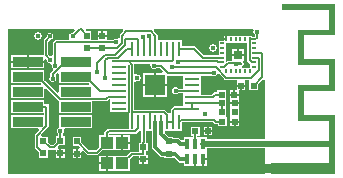
<source format=gtl>
G04 ================== begin FILE IDENTIFICATION RECORD ==================*
G04 Layout Name:  ETDS_PCB_ANTENNA.brd*
G04 Film Name:    TOP*
G04 File Format:  Gerber RS274X*
G04 File Origin:  Cadence Allegro 16.6-P004*
G04 Origin Date:  Mon Dec 01 16:47:35 2014*
G04 *
G04 Layer:  VIA CLASS/TOP*
G04 Layer:  PIN/TOP*
G04 Layer:  ETCH/TOP*
G04 *
G04 Offset:    (0.00 0.00)*
G04 Mirror:    No*
G04 Mode:      Positive*
G04 Rotation:  0*
G04 FullContactRelief:  No*
G04 UndefLineWidth:     5.00*
G04 ================== end FILE IDENTIFICATION RECORD ====================*
%FSLAX25Y25*MOIN*%
%IR0*IPPOS*OFA0.00000B0.00000*MIA0B0*SFA1.00000B1.00000*%
%ADD11R,.1X.032*%
%ADD21R,.007X.012*%
%ADD20R,.012X.007*%
%ADD10C,.015*%
%ADD23R,.02X.02*%
%ADD19R,.03X.03*%
%ADD16R,.01X.05*%
%ADD14R,.05X.01*%
%ADD13R,.04X.04*%
%ADD17R,.016X.032*%
%ADD15R,.07X.07*%
%ADD22R,.035X.035*%
%ADD12R,.019X.019*%
%ADD18R,.019X.019*%
%ADD24C,.02*%
%ADD25C,.03*%
%ADD26C,.012*%
%ADD27C,.005*%
%ADD28C,.02504*%
%ADD29R,.02904X.02904*%
G75*
%LPD*%
G75*
G36*
G01X750900Y1655500D02*
Y1703800D01*
X772820D01*
G02X773102Y1703117I0J-400D01*
G01X772530Y1702544D01*
X772439Y1702551D01*
G03X771277Y1700657I-89J-1249D01*
G02X770934Y1700052I-343J-205D01*
G01X766640D01*
X765748Y1699160D01*
Y1695080D01*
G02X765240Y1694695I-400J0D01*
G03X764811Y1694739I-340J-1205D01*
G01X764720Y1694732D01*
X764272Y1695181D01*
Y1699509D01*
X764720Y1699958D01*
X764811Y1699951D01*
G03X763651Y1701111I89J1249D01*
G01X763658Y1701020D01*
X762768Y1700131D01*
Y1694902D01*
X751898D01*
Y1690698D01*
X762902D01*
Y1693460D01*
G02X763584Y1693743I400J0D01*
G01X763658Y1693670D01*
X763651Y1693579D01*
G03X764884Y1692238I1249J-89D01*
G02X765271Y1691761I-5J-400D01*
G03X765868Y1690440I1229J-240D01*
G02X765949Y1689812I-202J-345D01*
G01X764998Y1688861D01*
Y1688151D01*
G03X766718Y1687944I752J-1001D01*
G02X766744Y1688481I309J254D01*
G01X767216Y1688953D01*
G02X767898Y1688670I282J-283D01*
G01Y1685698D01*
X777839D01*
X777953Y1685584D01*
G02X777670Y1684902I-283J-282D01*
G01X767898D01*
Y1682669D01*
G02X767216Y1682386I-400J0D01*
G01X762902Y1686700D01*
Y1689902D01*
X751898D01*
Y1685698D01*
X761778D01*
X761892Y1685584D01*
G02X761609Y1684902I-283J-282D01*
G01X751898D01*
Y1680698D01*
X762902D01*
Y1683609D01*
G02X763584Y1683892I400J0D01*
G01X767778Y1679698D01*
X767898D01*
Y1675698D01*
X778902D01*
Y1679698D01*
X783848D01*
X784461Y1680312D01*
X784848D01*
Y1676124D01*
X790852D01*
Y1691576D01*
G02X791193Y1691718I200J0D01*
G01X791374Y1691537D01*
Y1675852D01*
X791124D01*
Y1670352D01*
X784089D01*
X782948Y1669211D01*
Y1668202D01*
X781198D01*
Y1664261D01*
X780188Y1663250D01*
X777912D01*
X775252Y1665911D01*
Y1667752D01*
X772348D01*
Y1664848D01*
X774189D01*
X774803Y1664234D01*
G02X774520Y1663552I-283J-282D01*
G01X772348D01*
Y1660648D01*
X775252D01*
Y1662820D01*
G02X775934Y1663103I400J0D01*
G01X777290Y1661748D01*
X780810D01*
X782261Y1663198D01*
X791402D01*
Y1668202D01*
X784452D01*
Y1668589D01*
X784711Y1668848D01*
X793405D01*
X794405Y1669848D01*
X795312D01*
Y1666412D01*
X795248Y1666349D01*
Y1665852D01*
X794548D01*
Y1662802D01*
X791739D01*
X790339Y1661402D01*
X781198D01*
Y1656398D01*
X791402D01*
Y1660339D01*
X792361Y1661298D01*
X794548D01*
Y1658748D01*
X797452D01*
Y1661652D01*
X796813D01*
X796711Y1661898D01*
X796752Y1661939D01*
Y1662948D01*
X797452D01*
Y1665852D01*
X796814D01*
Y1669848D01*
X798898D01*
Y1663744D01*
X801744Y1660898D01*
X802898D01*
Y1660548D01*
X805802D01*
Y1660658D01*
G02X806143Y1660799I200J0D01*
G01X807794Y1659148D01*
X809348D01*
Y1658148D01*
X817152D01*
Y1662352D01*
X817198D01*
Y1663348D01*
X817152D01*
Y1663948D01*
X836550D01*
Y1655500D01*
X750900D01*
G37*
G36*
G01X778652Y1700052D02*
Y1702952D01*
X776811D01*
X776646Y1703117D01*
G02X776928Y1703800I282J283D01*
G01X789072D01*
G02X789354Y1703117I0J-400D01*
G01X788048Y1701811D01*
Y1700819D01*
G02X787492Y1700451I-400J0D01*
G03X785999Y1700052I-492J-1151D01*
G01X783752D01*
Y1702952D01*
X780848D01*
Y1700052D01*
X778652D01*
G37*
G36*
G01X804248Y1675852D02*
X803248Y1676852D01*
X792878D01*
Y1685870D01*
G02X793428Y1686240I400J0D01*
G03Y1688560I472J1160D01*
G02X792878Y1688930I-150J370D01*
G01Y1692148D01*
X797867D01*
G02X798262Y1691688I0J-400D01*
G03X800501Y1690748I1238J-188D01*
G01X801377D01*
X802441Y1689684D01*
G02X802158Y1689002I-283J-282D01*
G01X795998D01*
Y1680998D01*
X804002D01*
Y1688186D01*
X809148D01*
Y1683784D01*
X807749D01*
G03X807647Y1682280I-1049J-684D01*
G01X809148D01*
Y1677878D01*
X806171D01*
X805154Y1676861D01*
Y1675852D01*
X804248D01*
G37*
G36*
G01X816048Y1694914D02*
X813061Y1697902D01*
X808876D01*
Y1700152D01*
X800752D01*
Y1701833D01*
X799468Y1703117D01*
G02X799750Y1703800I282J283D01*
G01X832311D01*
G02X832684Y1703255I0J-400D01*
G03X833098Y1701799I1166J-455D01*
G01Y1701161D01*
X832889Y1700952D01*
X832289D01*
Y1701302D01*
X822711D01*
Y1699739D01*
X821148D01*
Y1694914D01*
X816048D01*
G37*
G36*
G01X808556Y1666552D02*
X807806Y1667302D01*
X805802D01*
Y1667652D01*
X804456D01*
X803070Y1669038D01*
Y1669848D01*
X808876D01*
Y1672586D01*
X819251D01*
X819789Y1672048D01*
X820798D01*
Y1671348D01*
X823702D01*
Y1674252D01*
X823602D01*
Y1677548D01*
X823652D01*
Y1680452D01*
X823502D01*
Y1683302D01*
X820598D01*
Y1682602D01*
X819589D01*
X818802Y1681814D01*
X815152D01*
Y1688186D01*
X818645D01*
G03X820619Y1688538I855J914D01*
G02X821259Y1688641I357J-180D01*
G01X823202Y1686698D01*
X827098D01*
Y1683302D01*
X824798D01*
Y1680398D01*
X824948D01*
Y1677502D01*
X824898D01*
Y1674598D01*
X824998D01*
Y1671348D01*
X827902D01*
Y1674252D01*
X827802D01*
Y1677548D01*
X827852D01*
Y1680452D01*
X827702D01*
Y1683398D01*
X830002D01*
Y1686698D01*
X831298D01*
Y1683398D01*
X834202D01*
Y1685239D01*
X835867Y1686904D01*
G02X836550Y1686622I283J-282D01*
G01Y1666952D01*
X817152D01*
Y1667552D01*
X814002D01*
Y1668098D01*
X814702D01*
Y1671002D01*
X811798D01*
Y1668098D01*
X812498D01*
Y1667552D01*
X809348D01*
Y1666552D01*
X808556D01*
G37*
G36*
G01X828702Y1690802D02*
Y1691144D01*
X828836Y1691191D01*
G03X829119Y1691369I-248J709D01*
G01X829169Y1691419D01*
G03X829390Y1691950I-530J532D01*
G01Y1692275D01*
G03X829290Y1692649I-752J-1D01*
G01X829263Y1692695D01*
Y1692948D01*
X829402D01*
Y1696952D01*
X825398D01*
Y1693076D01*
X823914D01*
X823693Y1692856D01*
G02X823352Y1692998I-141J142D01*
G01Y1699098D01*
X830648D01*
Y1693191D01*
X831648Y1692191D01*
Y1690802D01*
X828702D01*
G37*
G36*
G01X842250Y1712150D02*
Y1710150D01*
X857750D01*
Y1703450D01*
X847350D01*
Y1691650D01*
X857750D01*
Y1684950D01*
X847350D01*
Y1673150D01*
X857750D01*
Y1666450D01*
X838450D01*
Y1664450D01*
X857750D01*
Y1658950D01*
X838450D01*
Y1655450D01*
X859750D01*
Y1675150D01*
X849350D01*
Y1682950D01*
X859750D01*
Y1693650D01*
X849350D01*
Y1701550D01*
X859750D01*
Y1712150D01*
X842250D01*
G37*
%LPC*%
G75*
G36*
G01X764052Y1660748D02*
X761148D01*
Y1662589D01*
X759698Y1664039D01*
Y1668500D01*
X761214Y1670016D01*
G03X760931Y1670698I-283J282D01*
G01X751898D01*
Y1674902D01*
X762848D01*
Y1675698D01*
X751898D01*
Y1679902D01*
X762902D01*
Y1678552D01*
X764352D01*
Y1671028D01*
X761858Y1668534D01*
G03X762141Y1667852I283J-282D01*
G01X764052D01*
Y1666011D01*
X765062Y1665000D01*
X765738D01*
X766848Y1666111D01*
Y1667952D01*
X767548D01*
Y1668699D01*
G02X767781Y1670840I752J1001D01*
G01X767898Y1670893D01*
Y1674902D01*
X778902D01*
Y1670698D01*
X769840D01*
G03X769467Y1670154I0J-400D01*
G02X769052Y1668699I-1167J-454D01*
G01Y1667952D01*
X769752D01*
Y1665048D01*
X767911D01*
X767297Y1664434D01*
G03X767580Y1663752I283J-282D01*
G01X769752D01*
Y1660848D01*
X766848D01*
Y1663503D01*
G03X766507Y1663644I-200J0D01*
G01X766360Y1663498D01*
X764440D01*
X764393Y1663544D01*
G03X764052Y1663403I-141J-141D01*
G01Y1660748D01*
G37*
G54D28*
X760800Y1701366D03*
X819050Y1697400D03*
G54D29*
X817450Y1669550D03*
%LPD*%
G75*
G54D10*
X752650Y1663550D03*
X752600Y1659550D03*
X752750Y1666950D03*
X752900Y1697800D03*
X753050Y1701950D03*
X757050Y1657300D03*
X761950Y1657200D03*
X766550D03*
X757400Y1672800D03*
X768300Y1669700D03*
X765750Y1687150D03*
X764900Y1693490D03*
X766500Y1691521D03*
X760800Y1701366D03*
X764900Y1701200D03*
X771550Y1657350D03*
X776300Y1657100D03*
X780600Y1689500D03*
X783300Y1687500D03*
X772350Y1701302D03*
X782300Y1701500D03*
X788900Y1665700D03*
X800000Y1685000D03*
X793900Y1687400D03*
X799500Y1691500D03*
X801550Y1702400D03*
X798000Y1701400D03*
X796000Y1700901D03*
X787000Y1699300D03*
X816450Y1675450D03*
X805600Y1690907D03*
X807600Y1692750D03*
X806700Y1683100D03*
X832000Y1662000D03*
X826350Y1676050D03*
X834000Y1672000D03*
X833900Y1679550D03*
X819050Y1697400D03*
X827400Y1694950D03*
X826800Y1691900D03*
X819500Y1689100D03*
X833850Y1702800D03*
G54D20*
X822250Y1691013D03*
Y1692588D03*
Y1694163D03*
Y1695737D03*
Y1697312D03*
X832750D03*
Y1695737D03*
Y1694163D03*
Y1692588D03*
Y1691013D03*
X822250Y1698887D03*
X832750D03*
G54D11*
X757400Y1672800D03*
Y1677800D03*
Y1682800D03*
Y1687800D03*
Y1692800D03*
X773400Y1672800D03*
Y1677800D03*
Y1682800D03*
Y1687800D03*
Y1692800D03*
G54D12*
X768300Y1662300D03*
Y1666500D03*
X762600Y1666400D03*
Y1662200D03*
X773800Y1662100D03*
Y1666300D03*
X777200Y1697300D03*
X782300D03*
X777200Y1701500D03*
X782300D03*
X796000Y1660200D03*
Y1664400D03*
X804350Y1666200D03*
Y1662000D03*
G54D21*
X831437Y1689700D03*
X829862D03*
X828287D03*
X826713D03*
X825138D03*
X823563D03*
Y1700200D03*
X825138D03*
X826713D03*
X828287D03*
X829862D03*
X831437D03*
G54D22*
X840200Y1657200D03*
G54D13*
X783700Y1658900D03*
Y1665700D03*
X788900D03*
Y1658900D03*
G54D14*
X787850Y1677126D03*
Y1679094D03*
Y1681063D03*
Y1683032D03*
Y1685000D03*
Y1686968D03*
Y1688937D03*
Y1690906D03*
Y1692874D03*
X812150Y1681063D03*
Y1679094D03*
Y1677126D03*
Y1692874D03*
Y1690906D03*
Y1688937D03*
Y1686968D03*
Y1685000D03*
Y1683032D03*
G54D23*
X839450Y1665450D03*
G54D24*
G01X815850D02*
X839450D01*
G54D15*
X800000Y1685000D03*
G54D25*
G01X840200Y1657200D02*
X834950D01*
G54D16*
X801968Y1672850D03*
X800000D03*
X798032D03*
X796063D03*
X794094D03*
X792126D03*
Y1697150D03*
X794094D03*
X796063D03*
X798032D03*
X800000D03*
X801968D03*
X807874Y1672850D03*
X805906D03*
X803937D03*
Y1697150D03*
X805906D03*
X807874D03*
G54D26*
G01X804350Y1662000D02*
X802200D01*
X800000Y1664200D01*
Y1672850D01*
G01X804350Y1666200D02*
X801968Y1668582D01*
Y1672850D01*
G01X804350Y1662000D02*
X806500D01*
X808250Y1660250D01*
X810650D01*
G01Y1665450D02*
X808100D01*
X807350Y1666200D01*
X804350D01*
G54D17*
X815850Y1660250D03*
X813250D03*
X810650D03*
Y1665450D03*
X813250D03*
X815850D03*
G54D27*
G01X751698Y1692800D02*
X757400D01*
G01X768300Y1660648D02*
Y1662300D01*
G01D02*
Y1663952D01*
G01X766648Y1662300D02*
X768300D01*
G01D02*
X769952D01*
G01X762600Y1662200D02*
X760450Y1664350D01*
Y1668189D01*
X763600Y1671339D01*
Y1677800D01*
X757400D01*
G01X762600Y1666400D02*
X764751Y1664249D01*
X766049D01*
X768300Y1666500D01*
G01X757400Y1687800D02*
X760739D01*
X768089Y1680450D01*
X783537D01*
X784150Y1681063D01*
X787850D01*
G01X768300Y1666500D02*
Y1669700D01*
G01X773400Y1692800D02*
X770000D01*
X765750Y1688550D01*
Y1687150D01*
G01X757400Y1690498D02*
Y1692800D01*
G01D02*
Y1695102D01*
G01Y1692800D02*
X763102D01*
G01X764900Y1693490D02*
X763520Y1694870D01*
Y1699820D01*
X764900Y1701200D01*
G01X787000Y1699300D02*
X766951D01*
X766500Y1698849D01*
Y1691521D01*
G01X773800Y1660448D02*
Y1662100D01*
G01D02*
Y1663752D01*
G01X772148Y1662100D02*
X773800D01*
G01D02*
X775452D01*
G01X783700Y1656198D02*
Y1658900D01*
G01D02*
Y1661602D01*
G01X780998Y1658900D02*
X783700D01*
G01X794094Y1672850D02*
Y1670600D01*
X793094Y1669600D01*
X784400D01*
X783700Y1668900D01*
Y1665700D01*
G01D02*
X780499Y1662499D01*
X777601D01*
X773800Y1666300D01*
G01X780600Y1689500D02*
Y1692500D01*
X783226Y1695126D01*
X786526D01*
X789800Y1698400D01*
Y1700306D01*
X789900Y1700406D01*
X793994D01*
X794094Y1700306D01*
Y1697150D01*
G01X783300Y1687500D02*
Y1693401D01*
X784025Y1694126D01*
X787402D01*
X790426Y1697150D01*
X792126D01*
G01X773400Y1687800D02*
X776800D01*
X781568Y1683032D01*
X787850D01*
G01X777200Y1697300D02*
X782300D01*
G01D02*
X787122D01*
X788800Y1698978D01*
Y1701500D01*
X790200Y1702900D01*
X798622D01*
X800000Y1701522D01*
Y1697150D01*
G01X777200Y1701500D02*
X775049Y1703651D01*
X774699D01*
X772350Y1701302D01*
G01X782300Y1701500D02*
Y1703152D01*
G01X780648Y1701500D02*
X782300D01*
G01D02*
X783952D01*
G01X796000Y1658548D02*
Y1660200D01*
G01X794348D02*
X796000D01*
G01D02*
X797652D01*
G01X788900Y1662998D02*
Y1665700D01*
G01D02*
Y1668402D01*
G01Y1665700D02*
X791602D01*
G01X796000Y1664400D02*
Y1666038D01*
X796063Y1666101D01*
Y1672850D01*
G01X788900Y1658900D02*
X792050Y1662050D01*
X795800D01*
X796000Y1662250D01*
Y1664400D01*
G01X800000Y1680798D02*
Y1685000D01*
G01X798032Y1676100D02*
Y1672850D01*
G01X792126D02*
Y1676100D01*
G01D02*
X798032D01*
G01X791100Y1692874D02*
X792126Y1691848D01*
Y1676100D01*
G01X803937Y1672850D02*
Y1675100D01*
X802937Y1676100D01*
X798032D01*
G01X800000Y1685000D02*
Y1689202D01*
G01X795798Y1685000D02*
X800000D01*
G01D02*
X804202D01*
G01X798000Y1701400D02*
X798032Y1701368D01*
Y1697150D01*
G01X799500Y1691500D02*
X801688D01*
X804251Y1688937D01*
X812150D01*
G01X796000Y1700901D02*
X796063Y1700838D01*
Y1697150D01*
G01X791100Y1692874D02*
X787850D01*
G01X805906Y1697150D02*
Y1693450D01*
X805456Y1693000D01*
X798000D01*
X797900Y1692900D01*
X791100D01*
Y1692874D01*
G01X813300Y1657450D02*
X813250Y1657500D01*
G01D02*
Y1660250D01*
G01X815850Y1657948D02*
Y1660250D01*
G01D02*
X817352D01*
G01X813250Y1669550D02*
Y1665450D01*
G01X817450Y1667898D02*
Y1669550D01*
G01D02*
Y1671202D01*
G01X815798Y1669550D02*
X817450D01*
G01D02*
X819102D01*
G01X822250Y1672800D02*
X820100D01*
X819562Y1673338D01*
X808362D01*
X807874Y1672850D01*
G01X812150Y1679094D02*
X820406D01*
X820500Y1679000D01*
X822150D01*
G01X812150Y1679094D02*
Y1677126D01*
G01X805906Y1672850D02*
X803937D01*
G01X805906D02*
Y1676550D01*
X806482Y1677126D01*
X812150D01*
G01Y1681063D02*
X819113D01*
X819900Y1681850D01*
X822050D01*
G01X805600Y1690907D02*
X805601Y1690906D01*
X812150D01*
G01X832750Y1694163D02*
X834550D01*
Y1690163D01*
X831837Y1687450D01*
X823513D01*
X820057Y1690906D01*
X812150D01*
G01Y1692874D02*
X820614D01*
X820900Y1692588D01*
X822250D01*
G01X807600Y1692750D02*
X807724Y1692874D01*
X812150D01*
G01X819500Y1689100D02*
X819337Y1688937D01*
X812150D01*
G01X806700Y1683100D02*
X806768Y1683032D01*
X812150D01*
G01X822250Y1694163D02*
X815737D01*
X812750Y1697150D01*
X807874D01*
G01X826450Y1671148D02*
Y1672800D01*
G01X824798D02*
X826450D01*
G01D02*
X828102D01*
G01X826250Y1681850D02*
Y1683502D01*
G01X824598Y1681850D02*
X826250D01*
G01D02*
X827902D01*
G01X824748Y1679000D02*
X826400D01*
G01D02*
X828052D01*
G01X822150D02*
Y1676050D01*
G01X822200Y1679000D02*
X822150D01*
G01X831437Y1700200D02*
Y1699585D01*
X831400Y1699548D01*
Y1693502D01*
X832314Y1692588D01*
X832750D01*
G01X827400Y1694950D02*
Y1697152D01*
G01X825198Y1694950D02*
X827400D01*
G01D02*
X829602D01*
G01X828550Y1683198D02*
Y1684850D01*
G01X826898D02*
X828550D01*
G01D02*
X830202D01*
G01X826800Y1691900D02*
X828588D01*
X828638Y1691950D01*
Y1692275D01*
X828588Y1692325D01*
X824225D01*
X822913Y1691013D01*
X822250D01*
G01X832750Y1695737D02*
X835113D01*
X835557Y1695293D01*
Y1687657D01*
X832750Y1684850D01*
G01X833850Y1702800D02*
Y1700850D01*
X833200Y1700200D01*
X831437D01*
G01X823563D02*
Y1701502D01*
G01X822511Y1700200D02*
X823563D01*
G54D18*
X817450Y1669550D03*
X813250D03*
X826400Y1679000D03*
X822200D03*
X826250Y1681850D03*
X822050D03*
X826450Y1672800D03*
X822250D03*
X822150Y1676050D03*
X826350D03*
X828550Y1684850D03*
X832750D03*
G54D19*
X827400Y1694950D03*
M02*

</source>
